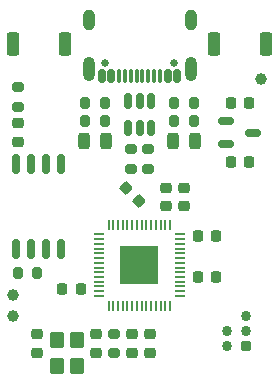
<source format=gts>
%TF.GenerationSoftware,KiCad,Pcbnew,9.0.6*%
%TF.CreationDate,2026-01-04T19:17:21+00:00*%
%TF.ProjectId,rp2040_pico,72703230-3430-45f7-9069-636f2e6b6963,rev?*%
%TF.SameCoordinates,Original*%
%TF.FileFunction,Soldermask,Top*%
%TF.FilePolarity,Negative*%
%FSLAX45Y45*%
G04 Gerber Fmt 4.5, Leading zero omitted, Abs format (unit mm)*
G04 Created by KiCad (PCBNEW 9.0.6) date 2026-01-04 19:17:21*
%MOMM*%
%LPD*%
G01*
G04 APERTURE LIST*
G04 Aperture macros list*
%AMRoundRect*
0 Rectangle with rounded corners*
0 $1 Rounding radius*
0 $2 $3 $4 $5 $6 $7 $8 $9 X,Y pos of 4 corners*
0 Add a 4 corners polygon primitive as box body*
4,1,4,$2,$3,$4,$5,$6,$7,$8,$9,$2,$3,0*
0 Add four circle primitives for the rounded corners*
1,1,$1+$1,$2,$3*
1,1,$1+$1,$4,$5*
1,1,$1+$1,$6,$7*
1,1,$1+$1,$8,$9*
0 Add four rect primitives between the rounded corners*
20,1,$1+$1,$2,$3,$4,$5,0*
20,1,$1+$1,$4,$5,$6,$7,0*
20,1,$1+$1,$6,$7,$8,$9,0*
20,1,$1+$1,$8,$9,$2,$3,0*%
G04 Aperture macros list end*
%ADD10RoundRect,0.200000X0.200000X0.275000X-0.200000X0.275000X-0.200000X-0.275000X0.200000X-0.275000X0*%
%ADD11C,1.000000*%
%ADD12RoundRect,0.200000X-0.200000X-0.275000X0.200000X-0.275000X0.200000X0.275000X-0.200000X0.275000X0*%
%ADD13RoundRect,0.225000X-0.225000X-0.250000X0.225000X-0.250000X0.225000X0.250000X-0.225000X0.250000X0*%
%ADD14RoundRect,0.050000X-0.387500X-0.050000X0.387500X-0.050000X0.387500X0.050000X-0.387500X0.050000X0*%
%ADD15RoundRect,0.050000X-0.050000X-0.387500X0.050000X-0.387500X0.050000X0.387500X-0.050000X0.387500X0*%
%ADD16R,3.200000X3.200000*%
%ADD17RoundRect,0.150000X-0.150000X0.512500X-0.150000X-0.512500X0.150000X-0.512500X0.150000X0.512500X0*%
%ADD18RoundRect,0.225000X0.250000X-0.225000X0.250000X0.225000X-0.250000X0.225000X-0.250000X-0.225000X0*%
%ADD19RoundRect,0.250000X-0.350000X0.450000X-0.350000X-0.450000X0.350000X-0.450000X0.350000X0.450000X0*%
%ADD20RoundRect,0.225000X0.225000X0.250000X-0.225000X0.250000X-0.225000X-0.250000X0.225000X-0.250000X0*%
%ADD21RoundRect,0.162500X0.162500X-0.650000X0.162500X0.650000X-0.162500X0.650000X-0.162500X-0.650000X0*%
%ADD22RoundRect,0.200000X-0.275000X0.200000X-0.275000X-0.200000X0.275000X-0.200000X0.275000X0.200000X0*%
%ADD23RoundRect,0.250000X0.275000X0.750000X-0.275000X0.750000X-0.275000X-0.750000X0.275000X-0.750000X0*%
%ADD24RoundRect,0.225000X-0.250000X0.225000X-0.250000X-0.225000X0.250000X-0.225000X0.250000X0.225000X0*%
%ADD25RoundRect,0.200000X0.275000X-0.200000X0.275000X0.200000X-0.275000X0.200000X-0.275000X-0.200000X0*%
%ADD26C,0.650000*%
%ADD27RoundRect,0.150000X0.150000X0.425000X-0.150000X0.425000X-0.150000X-0.425000X0.150000X-0.425000X0*%
%ADD28RoundRect,0.075000X0.075000X0.500000X-0.075000X0.500000X-0.075000X-0.500000X0.075000X-0.500000X0*%
%ADD29O,1.000000X2.100000*%
%ADD30O,1.000000X1.800000*%
%ADD31RoundRect,0.243750X-0.243750X-0.456250X0.243750X-0.456250X0.243750X0.456250X-0.243750X0.456250X0*%
%ADD32RoundRect,0.243750X0.243750X0.456250X-0.243750X0.456250X-0.243750X-0.456250X0.243750X-0.456250X0*%
%ADD33RoundRect,0.225000X0.335876X0.017678X0.017678X0.335876X-0.335876X-0.017678X-0.017678X-0.335876X0*%
%ADD34RoundRect,0.250000X-0.275000X-0.750000X0.275000X-0.750000X0.275000X0.750000X-0.275000X0.750000X0*%
%ADD35RoundRect,0.150000X-0.512500X-0.150000X0.512500X-0.150000X0.512500X0.150000X-0.512500X0.150000X0*%
%ADD36RoundRect,0.172720X-0.259080X0.259080X-0.259080X-0.259080X0.259080X-0.259080X0.259080X0.259080X0*%
%ADD37C,0.863600*%
G04 APERTURE END LIST*
D10*
%TO.C,R5*%
X-292500Y725000D03*
X-457500Y725000D03*
%TD*%
D11*
%TO.C,TP1*%
X1025000Y925000D03*
%TD*%
%TO.C,TP3*%
X-1075074Y-1074840D03*
%TD*%
D12*
%TO.C,R4*%
X292500Y725000D03*
X457500Y725000D03*
%TD*%
D13*
%TO.C,C7*%
X495189Y-747461D03*
X650189Y-747461D03*
%TD*%
D14*
%TO.C,U1*%
X-346061Y-387461D03*
X-346061Y-427461D03*
X-346061Y-467461D03*
X-346061Y-507461D03*
X-346061Y-547461D03*
X-346061Y-587461D03*
X-346061Y-627461D03*
X-346061Y-667461D03*
X-346061Y-707461D03*
X-346061Y-747461D03*
X-346061Y-787461D03*
X-346061Y-827461D03*
X-346061Y-867461D03*
X-346061Y-907461D03*
D15*
X-262311Y-991211D03*
X-222311Y-991211D03*
X-182311Y-991211D03*
X-142311Y-991211D03*
X-102311Y-991211D03*
X-62311Y-991211D03*
X-22311Y-991211D03*
X17689Y-991211D03*
X57689Y-991211D03*
X97689Y-991211D03*
X137689Y-991211D03*
X177689Y-991211D03*
X217689Y-991211D03*
X257689Y-991211D03*
D14*
X341439Y-907461D03*
X341439Y-867461D03*
X341439Y-827461D03*
X341439Y-787461D03*
X341439Y-747461D03*
X341439Y-707461D03*
X341439Y-667461D03*
X341439Y-627461D03*
X341439Y-587461D03*
X341439Y-547461D03*
X341439Y-507461D03*
X341439Y-467461D03*
X341439Y-427461D03*
X341439Y-387461D03*
D15*
X257689Y-303711D03*
X217689Y-303711D03*
X177689Y-303711D03*
X137689Y-303711D03*
X97689Y-303711D03*
X57689Y-303711D03*
X17689Y-303711D03*
X-22311Y-303711D03*
X-62311Y-303711D03*
X-102311Y-303711D03*
X-142311Y-303711D03*
X-182311Y-303711D03*
X-222311Y-303711D03*
X-262311Y-303711D03*
D16*
X-2311Y-647461D03*
%TD*%
D17*
%TO.C,U4*%
X95000Y738750D03*
X0Y738750D03*
X-95000Y738750D03*
X-95000Y511250D03*
X0Y511250D03*
X95000Y511250D03*
%TD*%
D18*
%TO.C,C5*%
X372689Y-149961D03*
X372689Y5039D03*
%TD*%
D19*
%TO.C,X1*%
X-697500Y-1277500D03*
X-697500Y-1497500D03*
X-527500Y-1497500D03*
X-527500Y-1277500D03*
%TD*%
D20*
%TO.C,C10*%
X-497500Y-850000D03*
X-652500Y-850000D03*
%TD*%
D21*
%TO.C,U3*%
X-1042811Y-506211D03*
X-915811Y-506211D03*
X-788811Y-506211D03*
X-661811Y-506211D03*
X-661811Y211289D03*
X-788811Y211289D03*
X-915811Y211289D03*
X-1042811Y211289D03*
%TD*%
D22*
%TO.C,R2*%
X75000Y332500D03*
X75000Y167500D03*
%TD*%
D23*
%TO.C,SW2*%
X1072500Y1225000D03*
X627500Y1225000D03*
%TD*%
D10*
%TO.C,R7*%
X457500Y575000D03*
X292500Y575000D03*
%TD*%
D24*
%TO.C,C11*%
X-864811Y-1232461D03*
X-864811Y-1387461D03*
%TD*%
D22*
%TO.C,R1*%
X-75000Y332500D03*
X-75000Y167500D03*
%TD*%
D18*
%TO.C,C3*%
X222689Y-149961D03*
X222689Y5039D03*
%TD*%
%TO.C,C12*%
X-364811Y-1387461D03*
X-364811Y-1232461D03*
%TD*%
D25*
%TO.C,R6*%
X-214811Y-1392461D03*
X-214811Y-1227461D03*
%TD*%
D13*
%TO.C,C8*%
X495189Y-397461D03*
X650189Y-397461D03*
%TD*%
D26*
%TO.C,J1*%
X289000Y1064500D03*
X-289000Y1064500D03*
D27*
X320000Y957000D03*
X240000Y957000D03*
D28*
X125000Y957000D03*
X25000Y957000D03*
X-25000Y957000D03*
X-125000Y957000D03*
D27*
X-240000Y957000D03*
X-320000Y957000D03*
X-320000Y957000D03*
X-240000Y957000D03*
D28*
X-175000Y957000D03*
X-75000Y957000D03*
X75000Y957000D03*
X175000Y957000D03*
D27*
X240000Y957000D03*
X320000Y957000D03*
D29*
X432000Y1014500D03*
D30*
X432000Y1432500D03*
D29*
X-432000Y1014500D03*
D30*
X-432000Y1432500D03*
%TD*%
D18*
%TO.C,C13*%
X-1025000Y397500D03*
X-1025000Y552500D03*
%TD*%
D31*
%TO.C,D1*%
X281250Y400000D03*
X468750Y400000D03*
%TD*%
D32*
%TO.C,D2*%
X-281250Y400000D03*
X-468750Y400000D03*
%TD*%
D33*
%TO.C,C9*%
X-7699Y-104801D03*
X-117301Y4801D03*
%TD*%
D13*
%TO.C,C2*%
X772500Y225000D03*
X927500Y225000D03*
%TD*%
D24*
%TO.C,C6*%
X-64811Y-1232461D03*
X-64811Y-1387461D03*
%TD*%
D34*
%TO.C,SW1*%
X-1072500Y1225000D03*
X-627500Y1225000D03*
%TD*%
D11*
%TO.C,TP2*%
X-1075074Y-899840D03*
%TD*%
D35*
%TO.C,U2*%
X736250Y570000D03*
X736250Y380000D03*
X963750Y475000D03*
%TD*%
D36*
%TO.C,J2*%
X900000Y-1329000D03*
D37*
X742520Y-1329000D03*
X900000Y-1202000D03*
X742520Y-1202000D03*
X900000Y-1075000D03*
%TD*%
D22*
%TO.C,R3*%
X-1025000Y857500D03*
X-1025000Y692500D03*
%TD*%
D12*
%TO.C,R8*%
X-457500Y575000D03*
X-292500Y575000D03*
%TD*%
D24*
%TO.C,C4*%
X85189Y-1232461D03*
X85189Y-1387461D03*
%TD*%
D10*
%TO.C,R9*%
X-867550Y-712219D03*
X-1032550Y-712219D03*
%TD*%
D20*
%TO.C,C1*%
X927500Y725000D03*
X772500Y725000D03*
%TD*%
M02*

</source>
